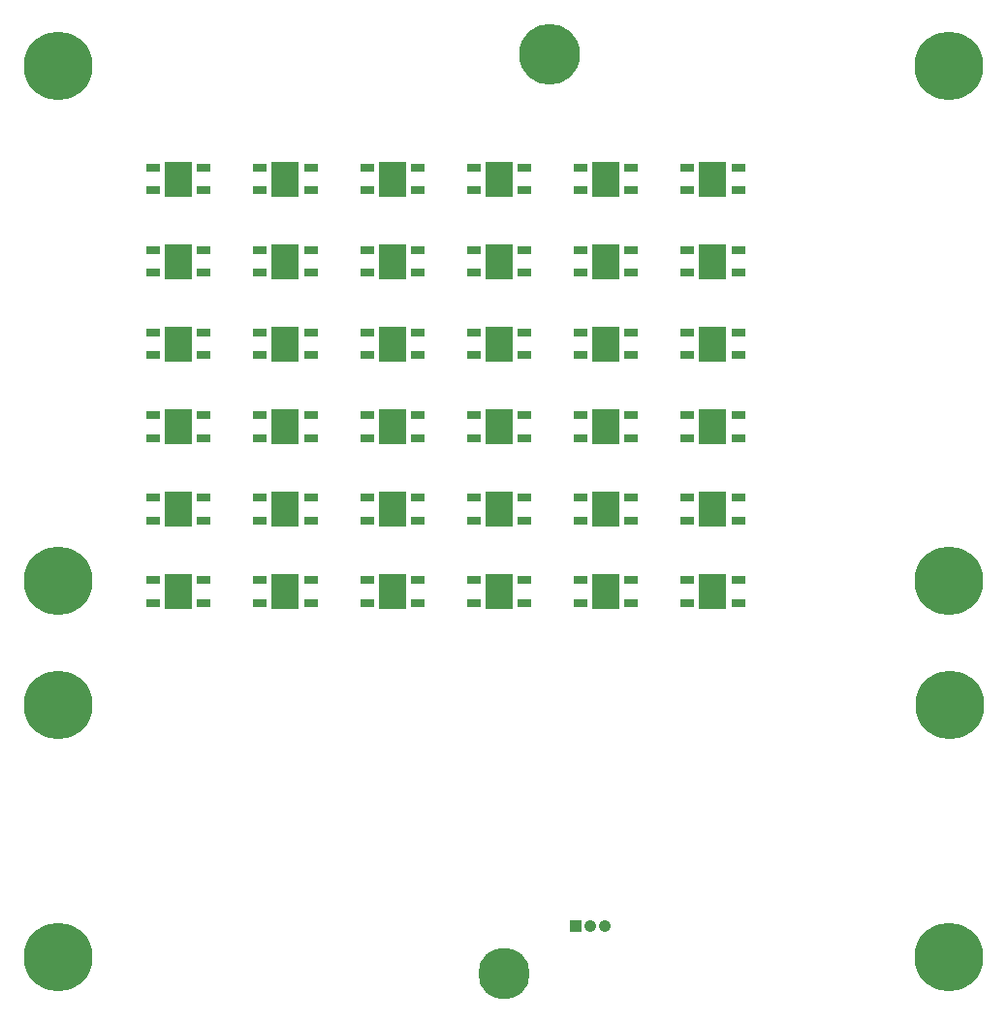
<source format=gbr>
G04*
G04 #@! TF.GenerationSoftware,Altium Limited,Altium Designer,24.1.2 (44)*
G04*
G04 Layer_Color=255*
%FSLAX44Y44*%
%MOMM*%
G71*
G04*
G04 #@! TF.SameCoordinates,5A935687-884A-4F64-8E33-7EEF87A7B93E*
G04*
G04*
G04 #@! TF.FilePolarity,Positive*
G04*
G01*
G75*
%ADD72C,5.3000*%
%ADD73C,4.5000*%
%ADD74C,0.7000*%
%ADD75C,6.0000*%
%ADD76C,0.8000*%
%ADD77R,1.0500X1.0500*%
%ADD78C,1.0500*%
%ADD81R,1.1938X0.7620*%
%ADD82R,2.4892X3.0988*%
D72*
X465300Y824000D02*
D03*
D73*
X425000Y21000D02*
D03*
D74*
X486420Y815252D02*
D03*
X456552Y802880D02*
D03*
X444180Y832748D02*
D03*
X474048Y845120D02*
D03*
X486420Y832748D02*
D03*
X474048Y802880D02*
D03*
X444180Y815252D02*
D03*
X456552Y845120D02*
D03*
D75*
X36000Y814000D02*
D03*
Y256000D02*
D03*
Y364000D02*
D03*
X814477Y256000D02*
D03*
X814000Y364000D02*
D03*
Y36000D02*
D03*
Y814000D02*
D03*
X36000Y36000D02*
D03*
D76*
X27252Y835120D02*
D03*
X14880Y805252D02*
D03*
X44748Y792880D02*
D03*
X57120Y822748D02*
D03*
X44748Y835120D02*
D03*
X14880Y822748D02*
D03*
X27252Y792880D02*
D03*
X57120Y805252D02*
D03*
X27252Y277120D02*
D03*
X14880Y247252D02*
D03*
X44748Y234880D02*
D03*
X57120Y264748D02*
D03*
X44748Y277120D02*
D03*
X14880Y264748D02*
D03*
X27252Y234880D02*
D03*
X57120Y247252D02*
D03*
X27252Y385120D02*
D03*
X14880Y355252D02*
D03*
X44748Y342880D02*
D03*
X57120Y372748D02*
D03*
X44748Y385120D02*
D03*
X14880Y372748D02*
D03*
X27252Y342880D02*
D03*
X57120Y355252D02*
D03*
X805729Y277120D02*
D03*
X793357Y247252D02*
D03*
X823225Y234880D02*
D03*
X835597Y264748D02*
D03*
X823225Y277120D02*
D03*
X793357Y264748D02*
D03*
X805729Y234880D02*
D03*
X835597Y247252D02*
D03*
X805252Y385120D02*
D03*
X792880Y355252D02*
D03*
X822748Y342880D02*
D03*
X835120Y372748D02*
D03*
X822748Y385120D02*
D03*
X792880Y372748D02*
D03*
X805252Y342880D02*
D03*
X835120Y355252D02*
D03*
X805252Y57120D02*
D03*
X792880Y27252D02*
D03*
X822748Y14880D02*
D03*
X835120Y44748D02*
D03*
X822748Y57120D02*
D03*
X792880Y44748D02*
D03*
X805252Y14880D02*
D03*
X835120Y27252D02*
D03*
X805252Y835120D02*
D03*
X792880Y805252D02*
D03*
X822748Y792880D02*
D03*
X835120Y822748D02*
D03*
X822748Y835120D02*
D03*
X792880Y822748D02*
D03*
X805252Y792880D02*
D03*
X835120Y805252D02*
D03*
X27252Y57120D02*
D03*
X14880Y27252D02*
D03*
X44748Y14880D02*
D03*
X57120Y44748D02*
D03*
X44748Y57120D02*
D03*
X14880Y44748D02*
D03*
X27252Y14880D02*
D03*
X57120Y27252D02*
D03*
D77*
X487680Y62820D02*
D03*
D78*
X500380D02*
D03*
X513080D02*
D03*
D81*
X163098Y705000D02*
D03*
X118902Y725000D02*
D03*
Y705000D02*
D03*
X163098Y725000D02*
D03*
Y653000D02*
D03*
X118902Y633000D02*
D03*
Y653000D02*
D03*
X163098Y633000D02*
D03*
X256438Y653000D02*
D03*
X212242Y633000D02*
D03*
Y653000D02*
D03*
X256438Y633000D02*
D03*
Y725000D02*
D03*
X212242Y705000D02*
D03*
Y725000D02*
D03*
X256438Y705000D02*
D03*
X349778Y653000D02*
D03*
X305582Y633000D02*
D03*
Y653000D02*
D03*
X349778Y633000D02*
D03*
Y705000D02*
D03*
X305582Y725000D02*
D03*
Y705000D02*
D03*
X349778Y725000D02*
D03*
X536458Y653000D02*
D03*
X492262Y633000D02*
D03*
Y653000D02*
D03*
X536458Y633000D02*
D03*
X443118D02*
D03*
X398922Y653000D02*
D03*
Y633000D02*
D03*
X443118Y653000D02*
D03*
Y725000D02*
D03*
X398922Y705000D02*
D03*
Y725000D02*
D03*
X443118Y705000D02*
D03*
X536458D02*
D03*
X492262Y725000D02*
D03*
Y705000D02*
D03*
X536458Y725000D02*
D03*
X629798Y705000D02*
D03*
X585602Y725000D02*
D03*
Y705000D02*
D03*
X629798Y725000D02*
D03*
Y653000D02*
D03*
X585602Y633000D02*
D03*
Y653000D02*
D03*
X629798Y633000D02*
D03*
Y581000D02*
D03*
X585602Y561000D02*
D03*
Y581000D02*
D03*
X629798Y561000D02*
D03*
X536458D02*
D03*
X492262Y581000D02*
D03*
Y561000D02*
D03*
X536458Y581000D02*
D03*
X443118D02*
D03*
X398922Y561000D02*
D03*
Y581000D02*
D03*
X443118Y561000D02*
D03*
X349778Y581000D02*
D03*
X305582Y561000D02*
D03*
Y581000D02*
D03*
X349778Y561000D02*
D03*
X256438Y581000D02*
D03*
X212242Y561000D02*
D03*
Y581000D02*
D03*
X256438Y561000D02*
D03*
X163098D02*
D03*
X118902Y581000D02*
D03*
Y561000D02*
D03*
X163098Y581000D02*
D03*
Y345000D02*
D03*
X118902Y365000D02*
D03*
Y345000D02*
D03*
X163098Y365000D02*
D03*
Y509000D02*
D03*
X118902Y489000D02*
D03*
Y509000D02*
D03*
X163098Y489000D02*
D03*
X256438Y509000D02*
D03*
X212242Y489000D02*
D03*
Y509000D02*
D03*
X256438Y489000D02*
D03*
X349778Y509000D02*
D03*
X305582Y489000D02*
D03*
Y509000D02*
D03*
X349778Y489000D02*
D03*
X256438Y365000D02*
D03*
X212242Y345000D02*
D03*
Y365000D02*
D03*
X256438Y345000D02*
D03*
X349778D02*
D03*
X305582Y365000D02*
D03*
Y345000D02*
D03*
X349778Y365000D02*
D03*
X443118Y345000D02*
D03*
X398922Y365000D02*
D03*
Y345000D02*
D03*
X443118Y365000D02*
D03*
X536458Y345000D02*
D03*
X492262Y365000D02*
D03*
Y345000D02*
D03*
X536458Y365000D02*
D03*
X629798D02*
D03*
X585602Y345000D02*
D03*
Y365000D02*
D03*
X629798Y345000D02*
D03*
X443118Y509000D02*
D03*
X398922Y489000D02*
D03*
Y509000D02*
D03*
X443118Y489000D02*
D03*
X536458Y509000D02*
D03*
X492262Y489000D02*
D03*
Y509000D02*
D03*
X536458Y489000D02*
D03*
X629798D02*
D03*
X585602Y509000D02*
D03*
Y489000D02*
D03*
X629798Y509000D02*
D03*
X163098Y437000D02*
D03*
X118902Y417000D02*
D03*
Y437000D02*
D03*
X163098Y417000D02*
D03*
X443118Y437000D02*
D03*
X398922Y417000D02*
D03*
Y437000D02*
D03*
X443118Y417000D02*
D03*
X536458Y437000D02*
D03*
X492262Y417000D02*
D03*
Y437000D02*
D03*
X536458Y417000D02*
D03*
X256438Y437000D02*
D03*
X212242Y417000D02*
D03*
Y437000D02*
D03*
X256438Y417000D02*
D03*
X349778Y437000D02*
D03*
X305582Y417000D02*
D03*
Y437000D02*
D03*
X349778Y417000D02*
D03*
X629798Y437000D02*
D03*
X585602Y417000D02*
D03*
Y437000D02*
D03*
X629798Y417000D02*
D03*
D82*
X141000Y715000D02*
D03*
Y643000D02*
D03*
X234340D02*
D03*
Y715000D02*
D03*
X327680Y643000D02*
D03*
Y715000D02*
D03*
X514360Y643000D02*
D03*
X421020D02*
D03*
Y715000D02*
D03*
X514360D02*
D03*
X607700D02*
D03*
Y643000D02*
D03*
Y571000D02*
D03*
X514360D02*
D03*
X421020D02*
D03*
X327680D02*
D03*
X234340D02*
D03*
X141000D02*
D03*
Y355000D02*
D03*
Y499000D02*
D03*
X234340D02*
D03*
X327680D02*
D03*
X234340Y355000D02*
D03*
X327680D02*
D03*
X421020D02*
D03*
X514360D02*
D03*
X607700D02*
D03*
X421020Y499000D02*
D03*
X514360D02*
D03*
X607700D02*
D03*
X141000Y427000D02*
D03*
X421020D02*
D03*
X514360D02*
D03*
X234340D02*
D03*
X327680D02*
D03*
X607700D02*
D03*
M02*

</source>
